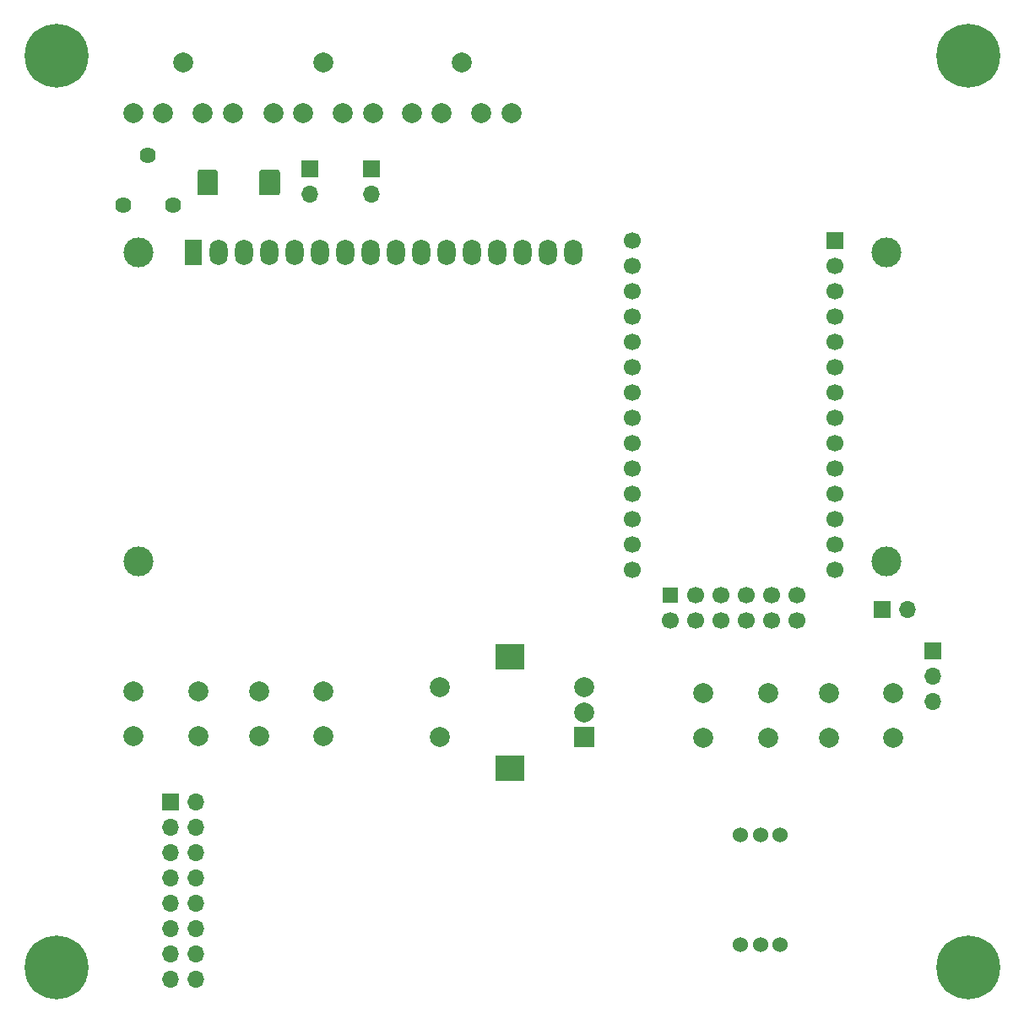
<source format=gts>
G04 #@! TF.GenerationSoftware,KiCad,Pcbnew,5.99.0-unknown-43514a1~86~ubuntu18.04.1*
G04 #@! TF.CreationDate,2020-06-18T19:40:50+01:00*
G04 #@! TF.ProjectId,RADIO,52414449-4f2e-46b6-9963-61645f706362,rev?*
G04 #@! TF.SameCoordinates,Original*
G04 #@! TF.FileFunction,Soldermask,Top*
G04 #@! TF.FilePolarity,Negative*
%FSLAX46Y46*%
G04 Gerber Fmt 4.6, Leading zero omitted, Abs format (unit mm)*
G04 Created by KiCad (PCBNEW 5.99.0-unknown-43514a1~86~ubuntu18.04.1) date 2020-06-18 19:40:50*
%MOMM*%
%LPD*%
G01*
G04 APERTURE LIST*
%ADD10C,2.000000*%
%ADD11O,1.700000X1.700000*%
%ADD12R,1.700000X1.700000*%
%ADD13C,3.000000*%
%ADD14O,1.800000X2.600000*%
%ADD15R,1.800000X2.600000*%
%ADD16C,1.700000*%
%ADD17R,1.524000X1.524000*%
%ADD18C,1.620000*%
%ADD19R,2.000000X2.000000*%
%ADD20R,3.000000X2.500000*%
%ADD21C,1.524000*%
%ADD22C,6.400000*%
G04 APERTURE END LIST*
D10*
X117460000Y-62840000D03*
X121460000Y-62840000D03*
X124460000Y-62840000D03*
X114460000Y-62840000D03*
X119460000Y-57840000D03*
G36*
X114993671Y-68594030D02*
G01*
X115074777Y-68648223D01*
X115128970Y-68729329D01*
X115148000Y-68825000D01*
X115148000Y-70875000D01*
X115128970Y-70970671D01*
X115074777Y-71051777D01*
X114993671Y-71105970D01*
X114898000Y-71125000D01*
X113323000Y-71125000D01*
X113227329Y-71105970D01*
X113146223Y-71051777D01*
X113092030Y-70970671D01*
X113073000Y-70875000D01*
X113073000Y-68825000D01*
X113092030Y-68729329D01*
X113146223Y-68648223D01*
X113227329Y-68594030D01*
X113323000Y-68575000D01*
X114898000Y-68575000D01*
X114993671Y-68594030D01*
G37*
G36*
X108768671Y-68594030D02*
G01*
X108849777Y-68648223D01*
X108903970Y-68729329D01*
X108923000Y-68825000D01*
X108923000Y-70875000D01*
X108903970Y-70970671D01*
X108849777Y-71051777D01*
X108768671Y-71105970D01*
X108673000Y-71125000D01*
X107098000Y-71125000D01*
X107002329Y-71105970D01*
X106921223Y-71051777D01*
X106867030Y-70970671D01*
X106848000Y-70875000D01*
X106848000Y-68825000D01*
X106867030Y-68729329D01*
X106921223Y-68648223D01*
X107002329Y-68594030D01*
X107098000Y-68575000D01*
X108673000Y-68575000D01*
X108768671Y-68594030D01*
G37*
D11*
X180594000Y-121920000D03*
X180594000Y-119380000D03*
D12*
X180594000Y-116840000D03*
D13*
X175926000Y-76835000D03*
X175925480Y-107835700D03*
X100926900Y-107835700D03*
X100926900Y-76835000D03*
D14*
X144526000Y-76835000D03*
X141986000Y-76835000D03*
X139446000Y-76835000D03*
X136906000Y-76835000D03*
X134366000Y-76835000D03*
X131826000Y-76835000D03*
X129286000Y-76835000D03*
X126746000Y-76835000D03*
X124206000Y-76835000D03*
X121666000Y-76835000D03*
X119126000Y-76835000D03*
X116586000Y-76835000D03*
X114046000Y-76835000D03*
X111506000Y-76835000D03*
X108966000Y-76835000D03*
D15*
X106426000Y-76835000D03*
D10*
X164130000Y-121031000D03*
X164130000Y-125531000D03*
X157630000Y-121031000D03*
X157630000Y-125531000D03*
D11*
X106680000Y-149733000D03*
X104140000Y-149733000D03*
X106680000Y-147193000D03*
X104140000Y-147193000D03*
X106680000Y-144653000D03*
X104140000Y-144653000D03*
X106680000Y-142113000D03*
X104140000Y-142113000D03*
X106680000Y-139573000D03*
X104140000Y-139573000D03*
X106680000Y-137033000D03*
X104140000Y-137033000D03*
X106680000Y-134493000D03*
X104140000Y-134493000D03*
X106680000Y-131953000D03*
D12*
X104140000Y-131953000D03*
D16*
X167005000Y-113792000D03*
X164465000Y-113792000D03*
X161925000Y-113792000D03*
X159385000Y-113792000D03*
X156845000Y-113792000D03*
X154305000Y-113792000D03*
X167005000Y-111252000D03*
X164465000Y-111252000D03*
X161925000Y-111252000D03*
X159385000Y-111252000D03*
X156845000Y-111252000D03*
D17*
X154305000Y-111252000D03*
D16*
X170815000Y-108712000D03*
X170815000Y-106172000D03*
X170815000Y-103632000D03*
X170815000Y-101092000D03*
X170815000Y-98552000D03*
X170815000Y-96012000D03*
X170815000Y-93472000D03*
X170815000Y-90932000D03*
X170815000Y-88392000D03*
X170815000Y-85852000D03*
X170815000Y-83312000D03*
X170815000Y-80772000D03*
X170815000Y-78232000D03*
D12*
X170815000Y-75692000D03*
D16*
X150495000Y-108712000D03*
X150495000Y-106172000D03*
X150495000Y-103632000D03*
X150495000Y-101092000D03*
X150495000Y-98552000D03*
X150495000Y-96012000D03*
X150495000Y-93472000D03*
X150495000Y-90932000D03*
X150495000Y-88392000D03*
X150495000Y-85852000D03*
X150495000Y-83312000D03*
X150495000Y-80772000D03*
X150495000Y-78232000D03*
X150495000Y-75692000D03*
D18*
X104394000Y-72136000D03*
X101894000Y-67136000D03*
X99394000Y-72136000D03*
D19*
X145669000Y-125476000D03*
D10*
X145669000Y-122976000D03*
X145669000Y-120476000D03*
D20*
X138169000Y-128576000D03*
X138169000Y-117376000D03*
D10*
X131169000Y-125476000D03*
X131169000Y-120476000D03*
X176680000Y-121031000D03*
X176680000Y-125531000D03*
X170180000Y-121031000D03*
X170180000Y-125531000D03*
X119530000Y-120904000D03*
X119530000Y-125404000D03*
X113030000Y-120904000D03*
X113030000Y-125404000D03*
X106957000Y-120904000D03*
X106957000Y-125404000D03*
X100457000Y-120904000D03*
X100457000Y-125404000D03*
X131350000Y-62840000D03*
X135350000Y-62840000D03*
X138350000Y-62840000D03*
X128350000Y-62840000D03*
X133350000Y-57840000D03*
X103410000Y-62840000D03*
X107410000Y-62840000D03*
X110410000Y-62840000D03*
X100410000Y-62840000D03*
X105410000Y-57840000D03*
D11*
X118110000Y-70993000D03*
D12*
X118110000Y-68453000D03*
D11*
X124333000Y-70993000D03*
D12*
X124333000Y-68453000D03*
D21*
X165322000Y-135304000D03*
X163322000Y-135304000D03*
X161322000Y-135304000D03*
X165322000Y-146304000D03*
X163322000Y-146304000D03*
X161322000Y-146304000D03*
D22*
X92710000Y-57150000D03*
X92710000Y-148590000D03*
X184150000Y-57150000D03*
X184150000Y-148590000D03*
D11*
X178054000Y-112649000D03*
D12*
X175514000Y-112649000D03*
M02*

</source>
